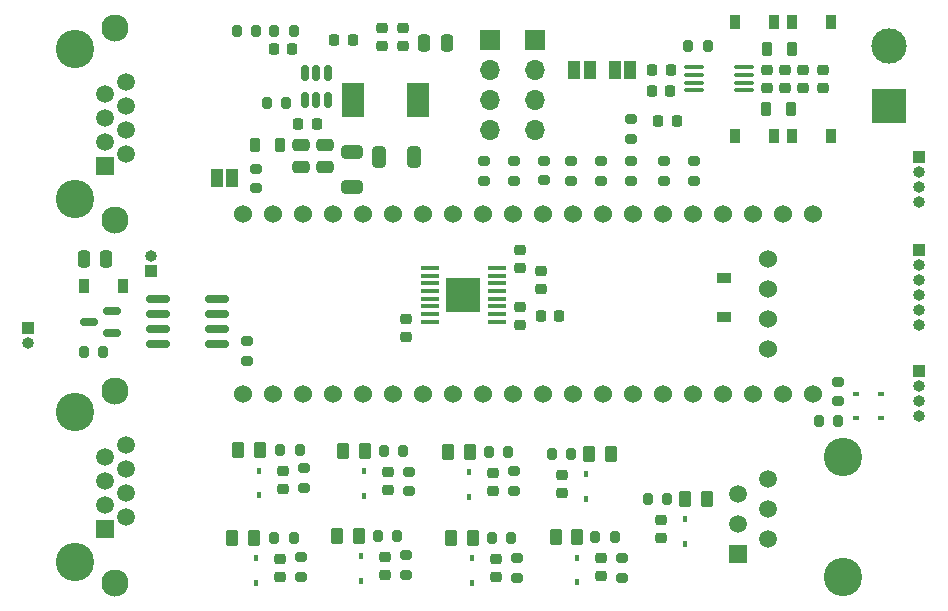
<source format=gts>
G04 #@! TF.GenerationSoftware,KiCad,Pcbnew,(6.0.0)*
G04 #@! TF.CreationDate,2022-01-07T11:58:26+01:00*
G04 #@! TF.ProjectId,soar_audio,736f6172-5f61-4756-9469-6f2e6b696361,v1.1*
G04 #@! TF.SameCoordinates,Original*
G04 #@! TF.FileFunction,Soldermask,Top*
G04 #@! TF.FilePolarity,Negative*
%FSLAX46Y46*%
G04 Gerber Fmt 4.6, Leading zero omitted, Abs format (unit mm)*
G04 Created by KiCad (PCBNEW (6.0.0)) date 2022-01-07 11:58:26*
%MOMM*%
%LPD*%
G01*
G04 APERTURE LIST*
G04 Aperture macros list*
%AMRoundRect*
0 Rectangle with rounded corners*
0 $1 Rounding radius*
0 $2 $3 $4 $5 $6 $7 $8 $9 X,Y pos of 4 corners*
0 Add a 4 corners polygon primitive as box body*
4,1,4,$2,$3,$4,$5,$6,$7,$8,$9,$2,$3,0*
0 Add four circle primitives for the rounded corners*
1,1,$1+$1,$2,$3*
1,1,$1+$1,$4,$5*
1,1,$1+$1,$6,$7*
1,1,$1+$1,$8,$9*
0 Add four rect primitives between the rounded corners*
20,1,$1+$1,$2,$3,$4,$5,0*
20,1,$1+$1,$4,$5,$6,$7,0*
20,1,$1+$1,$6,$7,$8,$9,0*
20,1,$1+$1,$8,$9,$2,$3,0*%
G04 Aperture macros list end*
%ADD10R,1.950000X3.000000*%
%ADD11R,1.500000X1.500000*%
%ADD12C,1.500000*%
%ADD13C,3.250000*%
%ADD14C,2.300000*%
%ADD15RoundRect,0.250000X-0.650000X0.325000X-0.650000X-0.325000X0.650000X-0.325000X0.650000X0.325000X0*%
%ADD16RoundRect,0.200000X-0.200000X-0.275000X0.200000X-0.275000X0.200000X0.275000X-0.200000X0.275000X0*%
%ADD17RoundRect,0.250000X-0.325000X-0.650000X0.325000X-0.650000X0.325000X0.650000X-0.325000X0.650000X0*%
%ADD18RoundRect,0.225000X0.225000X0.250000X-0.225000X0.250000X-0.225000X-0.250000X0.225000X-0.250000X0*%
%ADD19R,1.000000X1.000000*%
%ADD20O,1.000000X1.000000*%
%ADD21RoundRect,0.100000X0.675000X0.100000X-0.675000X0.100000X-0.675000X-0.100000X0.675000X-0.100000X0*%
%ADD22R,3.000000X3.000000*%
%ADD23R,1.000000X1.500000*%
%ADD24RoundRect,0.225000X0.250000X-0.225000X0.250000X0.225000X-0.250000X0.225000X-0.250000X-0.225000X0*%
%ADD25R,0.900000X1.200000*%
%ADD26RoundRect,0.225000X-0.250000X0.225000X-0.250000X-0.225000X0.250000X-0.225000X0.250000X0.225000X0*%
%ADD27RoundRect,0.200000X-0.275000X0.200000X-0.275000X-0.200000X0.275000X-0.200000X0.275000X0.200000X0*%
%ADD28RoundRect,0.150000X0.825000X0.150000X-0.825000X0.150000X-0.825000X-0.150000X0.825000X-0.150000X0*%
%ADD29RoundRect,0.250000X0.262500X0.450000X-0.262500X0.450000X-0.262500X-0.450000X0.262500X-0.450000X0*%
%ADD30R,0.450000X0.600000*%
%ADD31R,1.700000X1.700000*%
%ADD32O,1.700000X1.700000*%
%ADD33RoundRect,0.250000X-0.250000X-0.475000X0.250000X-0.475000X0.250000X0.475000X-0.250000X0.475000X0*%
%ADD34RoundRect,0.250000X-0.475000X0.250000X-0.475000X-0.250000X0.475000X-0.250000X0.475000X0.250000X0*%
%ADD35RoundRect,0.250000X-0.262500X-0.450000X0.262500X-0.450000X0.262500X0.450000X-0.262500X0.450000X0*%
%ADD36RoundRect,0.200000X0.275000X-0.200000X0.275000X0.200000X-0.275000X0.200000X-0.275000X-0.200000X0*%
%ADD37RoundRect,0.225000X-0.225000X-0.250000X0.225000X-0.250000X0.225000X0.250000X-0.225000X0.250000X0*%
%ADD38C,3.000000*%
%ADD39C,1.524000*%
%ADD40RoundRect,0.100000X-0.712500X-0.100000X0.712500X-0.100000X0.712500X0.100000X-0.712500X0.100000X0*%
%ADD41R,0.600000X0.450000*%
%ADD42RoundRect,0.218750X-0.218750X-0.381250X0.218750X-0.381250X0.218750X0.381250X-0.218750X0.381250X0*%
%ADD43RoundRect,0.200000X0.200000X0.275000X-0.200000X0.275000X-0.200000X-0.275000X0.200000X-0.275000X0*%
%ADD44RoundRect,0.250000X0.250000X0.475000X-0.250000X0.475000X-0.250000X-0.475000X0.250000X-0.475000X0*%
%ADD45RoundRect,0.150000X-0.150000X0.512500X-0.150000X-0.512500X0.150000X-0.512500X0.150000X0.512500X0*%
%ADD46RoundRect,0.150000X0.587500X0.150000X-0.587500X0.150000X-0.587500X-0.150000X0.587500X-0.150000X0*%
%ADD47R,1.200000X0.900000*%
%ADD48R,1.520000X1.520000*%
%ADD49C,1.520000*%
G04 APERTURE END LIST*
D10*
X130829000Y-75184000D03*
X136379000Y-75184000D03*
D11*
X109853000Y-80776000D03*
D12*
X109853000Y-78744000D03*
X109853000Y-76712000D03*
X109853000Y-74680000D03*
X111633000Y-79760000D03*
X111633000Y-77728000D03*
X111633000Y-75696000D03*
X111633000Y-73664000D03*
D13*
X107313000Y-83566000D03*
X107313000Y-70866000D03*
D14*
X110743000Y-69086000D03*
X110743000Y-85346000D03*
D11*
X109853000Y-111510000D03*
D12*
X109853000Y-109478000D03*
X109853000Y-107446000D03*
X109853000Y-105414000D03*
X111633000Y-110494000D03*
X111633000Y-108462000D03*
X111633000Y-106430000D03*
X111633000Y-104398000D03*
D13*
X107313000Y-114300000D03*
X107313000Y-101600000D03*
D14*
X110743000Y-99820000D03*
X110743000Y-116080000D03*
D15*
X130810000Y-79600000D03*
X130810000Y-82550000D03*
D16*
X123572000Y-75438000D03*
X125222000Y-75438000D03*
D17*
X133096000Y-80010000D03*
X136046000Y-80010000D03*
D18*
X125730000Y-70866000D03*
X124180000Y-70866000D03*
D19*
X103378000Y-94488000D03*
D20*
X103378000Y-95758000D03*
D21*
X143083000Y-93969000D03*
X143083000Y-93319000D03*
X143083000Y-92669000D03*
X143083000Y-92019000D03*
X143083000Y-91369000D03*
X143083000Y-90719000D03*
X143083000Y-90069000D03*
X143083000Y-89419000D03*
X137333000Y-89419000D03*
X137333000Y-90069000D03*
X137333000Y-90719000D03*
X137333000Y-91369000D03*
X137333000Y-92019000D03*
X137333000Y-92669000D03*
X137333000Y-93319000D03*
X137333000Y-93969000D03*
D22*
X140208000Y-91694000D03*
D23*
X153020000Y-72644000D03*
X154320000Y-72644000D03*
D24*
X143002000Y-115596000D03*
X143002000Y-114046000D03*
D25*
X166496000Y-68580000D03*
X163196000Y-68580000D03*
D26*
X170688000Y-72631000D03*
X170688000Y-74181000D03*
D27*
X121920000Y-95632000D03*
X121920000Y-97282000D03*
D24*
X133350000Y-70612000D03*
X133350000Y-69062000D03*
D28*
X119315000Y-95885000D03*
X119315000Y-94615000D03*
X119315000Y-93345000D03*
X119315000Y-92075000D03*
X114365000Y-92075000D03*
X114365000Y-93345000D03*
X114365000Y-94615000D03*
X114365000Y-95885000D03*
D24*
X124968000Y-108167000D03*
X124968000Y-106617000D03*
D27*
X144526000Y-106617000D03*
X144526000Y-108267000D03*
D16*
X151384000Y-112205000D03*
X153034000Y-112205000D03*
D29*
X152701000Y-105156000D03*
X150876000Y-105156000D03*
D30*
X122936000Y-108683000D03*
X122936000Y-106583000D03*
D31*
X146304000Y-70114000D03*
D32*
X146304000Y-72654000D03*
X146304000Y-75194000D03*
X146304000Y-77734000D03*
D33*
X108082000Y-88646000D03*
X109982000Y-88646000D03*
D30*
X140970000Y-116112000D03*
X140970000Y-114012000D03*
D18*
X129273000Y-70104000D03*
X130823000Y-70104000D03*
D34*
X126492000Y-78994000D03*
X126492000Y-80894000D03*
D26*
X145034000Y-87884000D03*
X145034000Y-89434000D03*
D35*
X121158000Y-104839000D03*
X122983000Y-104839000D03*
D36*
X157226000Y-82042000D03*
X157226000Y-80392000D03*
D30*
X159004000Y-112810000D03*
X159004000Y-110710000D03*
D26*
X135128000Y-69062000D03*
X135128000Y-70612000D03*
D23*
X119350000Y-81788000D03*
X120650000Y-81788000D03*
D16*
X142368000Y-104965000D03*
X144018000Y-104965000D03*
D27*
X153670000Y-113983000D03*
X153670000Y-115633000D03*
D18*
X148336000Y-93472000D03*
X146786000Y-93472000D03*
D19*
X113792000Y-89662000D03*
D20*
X113792000Y-88392000D03*
D27*
X135382000Y-113729000D03*
X135382000Y-115379000D03*
D29*
X160829000Y-108966000D03*
X159004000Y-108966000D03*
D37*
X126238000Y-77216000D03*
X127788000Y-77216000D03*
D19*
X178816000Y-80010000D03*
D20*
X178816000Y-81280000D03*
X178816000Y-82550000D03*
X178816000Y-83820000D03*
D27*
X147066000Y-80329000D03*
X147066000Y-81979000D03*
D22*
X176276000Y-75692000D03*
D38*
X176276000Y-70612000D03*
D16*
X133478000Y-104902000D03*
X135128000Y-104902000D03*
D39*
X165989000Y-96266000D03*
X169799000Y-100076000D03*
X126619000Y-84836000D03*
X164719000Y-100076000D03*
X167259000Y-100076000D03*
X165989000Y-88646000D03*
X121539000Y-84836000D03*
X124079000Y-84836000D03*
X129159000Y-84836000D03*
X159639000Y-84836000D03*
X157099000Y-84836000D03*
X154559000Y-84836000D03*
X152019000Y-84836000D03*
X149479000Y-84836000D03*
X146939000Y-84836000D03*
X144399000Y-84836000D03*
X141859000Y-84836000D03*
X131699000Y-100076000D03*
X134239000Y-100076000D03*
X136779000Y-100076000D03*
X139319000Y-100076000D03*
X141859000Y-100076000D03*
X144399000Y-100076000D03*
X139319000Y-84836000D03*
X136779000Y-84836000D03*
X146939000Y-100076000D03*
X149479000Y-100076000D03*
X152019000Y-100076000D03*
X154559000Y-100076000D03*
X157099000Y-100076000D03*
X159639000Y-100076000D03*
X162179000Y-100076000D03*
X134239000Y-84836000D03*
X131699000Y-84836000D03*
X121539000Y-100076000D03*
X124079000Y-100076000D03*
X126619000Y-100076000D03*
X129159000Y-100076000D03*
X167259000Y-84836000D03*
X164719000Y-84836000D03*
X162179000Y-84836000D03*
X165989000Y-91186000D03*
X165989000Y-93726000D03*
X169799000Y-84836000D03*
D24*
X156972000Y-112281000D03*
X156972000Y-110731000D03*
X148590000Y-108484000D03*
X148590000Y-106934000D03*
D27*
X144526000Y-80392000D03*
X144526000Y-82042000D03*
D40*
X159732000Y-72431000D03*
X159732000Y-73081000D03*
X159732000Y-73731000D03*
X159732000Y-74381000D03*
X163957000Y-74381000D03*
X163957000Y-73731000D03*
X163957000Y-73081000D03*
X163957000Y-72431000D03*
D41*
X173448000Y-102108000D03*
X175548000Y-102108000D03*
D18*
X157747000Y-72644000D03*
X156197000Y-72644000D03*
D16*
X147702000Y-105156000D03*
X149352000Y-105156000D03*
D27*
X126492000Y-113920000D03*
X126492000Y-115570000D03*
X159766000Y-80392000D03*
X159766000Y-82042000D03*
D31*
X142494000Y-70114000D03*
D32*
X142494000Y-72654000D03*
X142494000Y-75194000D03*
X142494000Y-77734000D03*
D36*
X154432000Y-78486000D03*
X154432000Y-76836000D03*
D25*
X171322000Y-78232000D03*
X168022000Y-78232000D03*
D34*
X128524000Y-78994000D03*
X128524000Y-80894000D03*
D42*
X165908500Y-70866000D03*
X168033500Y-70866000D03*
D43*
X125830000Y-69342000D03*
X124180000Y-69342000D03*
D29*
X141017000Y-112268000D03*
X139192000Y-112268000D03*
D37*
X156184000Y-74422000D03*
X157734000Y-74422000D03*
D36*
X171958000Y-100710000D03*
X171958000Y-99060000D03*
D23*
X150906000Y-72644000D03*
X149606000Y-72644000D03*
D30*
X149860000Y-116049000D03*
X149860000Y-113949000D03*
D16*
X124206000Y-112268000D03*
X125856000Y-112268000D03*
D27*
X141986000Y-80392000D03*
X141986000Y-82042000D03*
D24*
X133604000Y-115405000D03*
X133604000Y-113855000D03*
D35*
X138938000Y-104965000D03*
X140763000Y-104965000D03*
D27*
X151892000Y-80392000D03*
X151892000Y-82042000D03*
D16*
X142622000Y-112268000D03*
X144272000Y-112268000D03*
D43*
X109728000Y-96520000D03*
X108078000Y-96520000D03*
D26*
X145034000Y-92684000D03*
X145034000Y-94234000D03*
D30*
X131826000Y-108746000D03*
X131826000Y-106646000D03*
D26*
X135382000Y-93726000D03*
X135382000Y-95276000D03*
D43*
X160891500Y-70612000D03*
X159241500Y-70612000D03*
D30*
X150622000Y-109000000D03*
X150622000Y-106900000D03*
D25*
X108078000Y-90932000D03*
X111378000Y-90932000D03*
D19*
X178816000Y-98176000D03*
D20*
X178816000Y-99446000D03*
X178816000Y-100716000D03*
X178816000Y-101986000D03*
D24*
X165908500Y-74194000D03*
X165908500Y-72644000D03*
D44*
X138806000Y-70358000D03*
X136906000Y-70358000D03*
D24*
X124714000Y-115570000D03*
X124714000Y-114020000D03*
D27*
X154432000Y-80392000D03*
X154432000Y-82042000D03*
D30*
X122682000Y-116112000D03*
X122682000Y-114012000D03*
D26*
X146812000Y-89636000D03*
X146812000Y-91186000D03*
D27*
X149352000Y-80392000D03*
X149352000Y-82042000D03*
D42*
X122589000Y-78994000D03*
X124714000Y-78994000D03*
D24*
X168956500Y-74194000D03*
X168956500Y-72644000D03*
D45*
X128712000Y-72909000D03*
X127762000Y-72909000D03*
X126812000Y-72909000D03*
X126812000Y-75184000D03*
X127762000Y-75184000D03*
X128712000Y-75184000D03*
D35*
X130048000Y-104902000D03*
X131873000Y-104902000D03*
D16*
X170308000Y-102362000D03*
X171958000Y-102362000D03*
D24*
X133858000Y-108204000D03*
X133858000Y-106654000D03*
D30*
X131572000Y-115887000D03*
X131572000Y-113787000D03*
D16*
X155830000Y-108966000D03*
X157480000Y-108966000D03*
D18*
X158268000Y-76962000D03*
X156718000Y-76962000D03*
D24*
X151892000Y-115533000D03*
X151892000Y-113983000D03*
D30*
X140716000Y-108809000D03*
X140716000Y-106709000D03*
D16*
X132970000Y-112077000D03*
X134620000Y-112077000D03*
D41*
X173448000Y-100076000D03*
X175548000Y-100076000D03*
D43*
X122656000Y-69342000D03*
X121006000Y-69342000D03*
D46*
X110411500Y-94930000D03*
X110411500Y-93030000D03*
X108536500Y-93980000D03*
D25*
X171322000Y-68580000D03*
X168022000Y-68580000D03*
D35*
X129540000Y-112077000D03*
X131365000Y-112077000D03*
D47*
X162306000Y-93598000D03*
X162306000Y-90298000D03*
D19*
X178816000Y-87884000D03*
D20*
X178816000Y-89154000D03*
X178816000Y-90424000D03*
X178816000Y-91694000D03*
X178816000Y-92964000D03*
X178816000Y-94234000D03*
D24*
X142748000Y-108293000D03*
X142748000Y-106743000D03*
D29*
X149860000Y-112205000D03*
X148035000Y-112205000D03*
D25*
X166496000Y-78232000D03*
X163196000Y-78232000D03*
D36*
X122682000Y-82676000D03*
X122682000Y-81026000D03*
D42*
X165815500Y-75946000D03*
X167940500Y-75946000D03*
D13*
X172316000Y-115570000D03*
X172316000Y-105410000D03*
D48*
X163426000Y-113660000D03*
D49*
X165966000Y-112390000D03*
X163426000Y-111120000D03*
X165966000Y-109850000D03*
X163426000Y-108580000D03*
X165966000Y-107310000D03*
D27*
X126746000Y-106363000D03*
X126746000Y-108013000D03*
D24*
X167432500Y-74194000D03*
X167432500Y-72644000D03*
D16*
X124714000Y-104839000D03*
X126364000Y-104839000D03*
D27*
X144780000Y-113983000D03*
X144780000Y-115633000D03*
X135636000Y-106680000D03*
X135636000Y-108330000D03*
D35*
X120650000Y-112268000D03*
X122475000Y-112268000D03*
M02*

</source>
